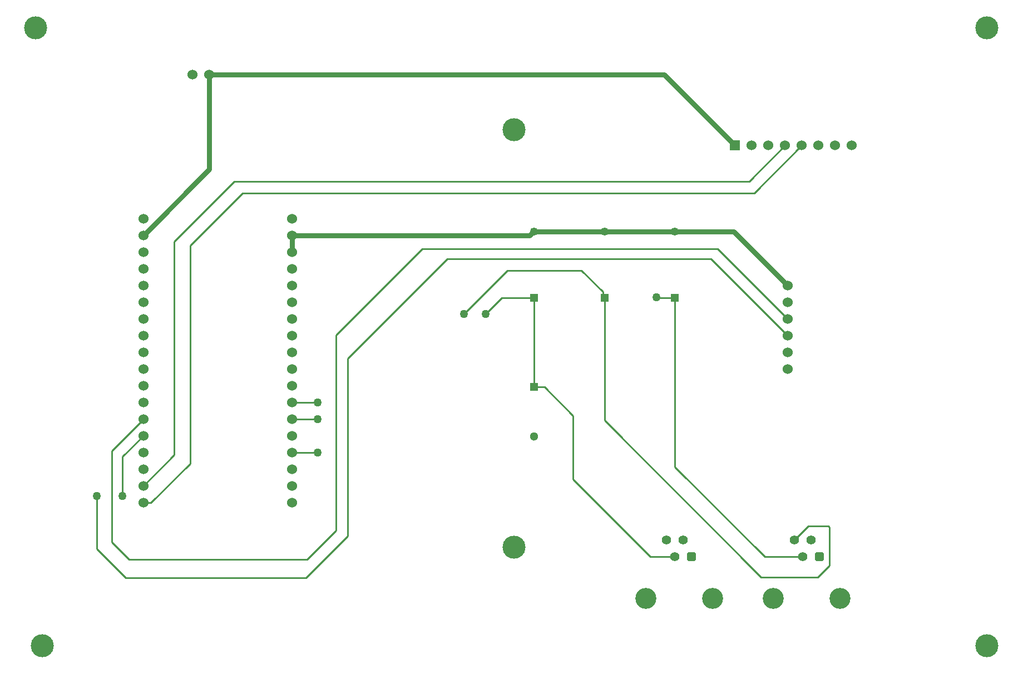
<source format=gbr>
%TF.GenerationSoftware,Altium Limited,Altium Designer,23.10.1 (27)*%
G04 Layer_Physical_Order=1*
G04 Layer_Color=255*
%FSLAX45Y45*%
%MOMM*%
%TF.SameCoordinates,F6A67EC3-CF4D-4AC4-9858-863E4A550454*%
%TF.FilePolarity,Positive*%
%TF.FileFunction,Copper,L1,Top,Signal*%
%TF.Part,Single*%
G01*
G75*
%TA.AperFunction,Conductor*%
%ADD10C,0.25400*%
%ADD11C,0.76200*%
%TA.AperFunction,ViaPad*%
%ADD12C,3.50000*%
%TA.AperFunction,ComponentPad*%
%ADD13C,1.52400*%
G04:AMPARAMS|DCode=14|XSize=1.4mm|YSize=1.4mm|CornerRadius=0.35mm|HoleSize=0mm|Usage=FLASHONLY|Rotation=180.000|XOffset=0mm|YOffset=0mm|HoleType=Round|Shape=RoundedRectangle|*
%AMROUNDEDRECTD14*
21,1,1.40000,0.70000,0,0,180.0*
21,1,0.70000,1.40000,0,0,180.0*
1,1,0.70000,-0.35000,0.35000*
1,1,0.70000,0.35000,0.35000*
1,1,0.70000,0.35000,-0.35000*
1,1,0.70000,-0.35000,-0.35000*
%
%ADD14ROUNDEDRECTD14*%
%ADD15C,1.40000*%
%ADD16C,3.20000*%
%ADD17R,1.52400X1.52400*%
%ADD18C,1.25000*%
%ADD19R,1.25000X1.25000*%
%ADD20C,1.30000*%
%ADD21R,1.30000X1.30000*%
%TA.AperFunction,ViaPad*%
%ADD22C,1.27000*%
D10*
X4241800Y3340100D02*
X4635500D01*
X9796400Y5697600D02*
X10071100D01*
X9791700Y5702300D02*
X9796400Y5697600D01*
X8648700Y6108700D02*
X8974079Y5783321D01*
Y5721471D02*
X8997950Y5697600D01*
X8974079Y5721471D02*
Y5783321D01*
X7518400Y6108700D02*
X8648700D01*
X6858000Y5448300D02*
X7518400Y6108700D01*
X4241800Y4102100D02*
X4635500D01*
X1662879Y2676685D02*
Y3278319D01*
X1978660Y3594100D01*
X1270000Y1879600D02*
Y2679700D01*
Y1879600D02*
X1714500Y1435100D01*
X4457700D01*
X1498600Y1981200D02*
X1765300Y1714500D01*
X1498600Y1981200D02*
Y3368040D01*
X1765300Y1714500D02*
X4470400D01*
X4457700Y1435100D02*
X5092700Y2070100D01*
X4470400Y1714500D02*
X4914900Y2159000D01*
X5092700Y2070100D02*
Y4775200D01*
X6604000Y6286500D01*
X10617200D01*
X11785600Y5118100D01*
X10718800Y6438900D02*
X11785600Y5372100D01*
X6223000Y6438900D02*
X10718800D01*
X1498600Y3368040D02*
X1978660Y3848100D01*
X4914900Y2159000D02*
Y5130800D01*
X6223000Y6438900D01*
X7188200Y5448300D02*
X7437500Y5697600D01*
X7924800D01*
X4241800Y3848100D02*
X4635500D01*
X3492500Y7289800D02*
X11277600D01*
X2692400Y3175000D02*
Y6489700D01*
X3492500Y7289800D01*
X2095500Y2578100D02*
X2692400Y3175000D01*
X2451100Y3304540D02*
Y6553200D01*
X3365500Y7467600D02*
X11201400D01*
X2451100Y6553200D02*
X3365500Y7467600D01*
X1978660Y2832100D02*
X2451100Y3304540D01*
X11437200Y1758100D02*
X12014200D01*
X8997950Y3829050D02*
X11379200Y1447800D01*
X12242800D01*
X10071100Y3124200D02*
X11437200Y1758100D01*
X12420600Y1625600D02*
Y2207621D01*
X12242800Y1447800D02*
X12420600Y1625600D01*
X8521700Y2933700D02*
Y3898900D01*
Y2933700D02*
X9697300Y1758100D01*
X10071100D01*
X1978660Y2578100D02*
X2095500D01*
X11277600Y7289800D02*
X12001500Y8013700D01*
X7924800Y4337400D02*
X8083200D01*
X8521700Y3898900D01*
X8997950Y3829050D02*
Y5697600D01*
X10071100Y3124200D02*
Y5697600D01*
X12405721Y2222500D02*
X12420600Y2207621D01*
X12097600Y2222500D02*
X12405721D01*
X11887200Y2012100D02*
X12097600Y2222500D01*
X11201400Y7467600D02*
X11747500Y8013700D01*
X7915621Y6697600D02*
X7924800D01*
Y4337400D02*
Y5697600D01*
D11*
X10968100Y6697600D02*
X11785600Y5880100D01*
X10071100Y6697600D02*
X10968100D01*
X2984500Y9093200D02*
X9906000D01*
X10985500Y8013700D01*
X4241800Y6642100D02*
X7860121D01*
X7915621Y6697600D01*
X4241800Y6388100D02*
Y6642100D01*
X8997950Y6697600D02*
X10071100D01*
X7924800D02*
X8997950D01*
X1978660Y6642100D02*
X2984500Y7647940D01*
Y9093200D01*
D12*
X7620000Y1905000D02*
D03*
Y8255000D02*
D03*
X444500Y406400D02*
D03*
X342900Y9804400D02*
D03*
X14820900D02*
D03*
Y406400D02*
D03*
D13*
X4241800Y6896100D02*
D03*
Y6642100D02*
D03*
Y6388100D02*
D03*
Y6134100D02*
D03*
Y5880100D02*
D03*
Y5626100D02*
D03*
Y5372100D02*
D03*
Y5118100D02*
D03*
Y4864100D02*
D03*
Y4610100D02*
D03*
Y4356100D02*
D03*
Y4102100D02*
D03*
Y3848100D02*
D03*
Y3594100D02*
D03*
Y3340100D02*
D03*
Y3086100D02*
D03*
Y2832100D02*
D03*
Y2578100D02*
D03*
X1978660Y4356100D02*
D03*
Y4610100D02*
D03*
Y4864100D02*
D03*
Y5118100D02*
D03*
Y5372100D02*
D03*
Y5626100D02*
D03*
Y5880100D02*
D03*
Y6134100D02*
D03*
Y6388100D02*
D03*
Y6642100D02*
D03*
Y6896100D02*
D03*
Y4102100D02*
D03*
Y3848100D02*
D03*
Y2578100D02*
D03*
Y3086100D02*
D03*
Y3340100D02*
D03*
Y3594100D02*
D03*
Y2832100D02*
D03*
X11239500Y8013700D02*
D03*
X11493500D02*
D03*
X11747500D02*
D03*
X12001500D02*
D03*
X12255500D02*
D03*
X12509500D02*
D03*
X12763500D02*
D03*
X2984500Y9093200D02*
D03*
X2730500D02*
D03*
X11785600Y4610100D02*
D03*
Y4864100D02*
D03*
Y5118100D02*
D03*
Y5372100D02*
D03*
Y5626100D02*
D03*
Y5880100D02*
D03*
D14*
X10325100Y1758100D02*
D03*
X12268200D02*
D03*
D15*
X10198100Y2012100D02*
D03*
X10071100Y1758100D02*
D03*
X9944100Y2012100D02*
D03*
X11887200D02*
D03*
X12014200Y1758100D02*
D03*
X12141200Y2012100D02*
D03*
D16*
X9626600Y1123100D02*
D03*
X10642600D02*
D03*
X12585700D02*
D03*
X11569700D02*
D03*
D17*
X10985500Y8013700D02*
D03*
D18*
X10071100Y6697600D02*
D03*
X8997950D02*
D03*
X7924800D02*
D03*
D19*
X10071100Y5697600D02*
D03*
X8997950D02*
D03*
X7924800D02*
D03*
D20*
Y3587400D02*
D03*
D21*
Y4337400D02*
D03*
D22*
X4635500Y3340100D02*
D03*
X9791700Y5702300D02*
D03*
X6858000Y5448300D02*
D03*
X4635500Y4102100D02*
D03*
X1662879Y2676685D02*
D03*
X1270000Y2679700D02*
D03*
X7188200Y5448300D02*
D03*
X4635500Y3848100D02*
D03*
%TF.MD5,f281d18b794a470a46deba13c519b49d*%
M02*

</source>
